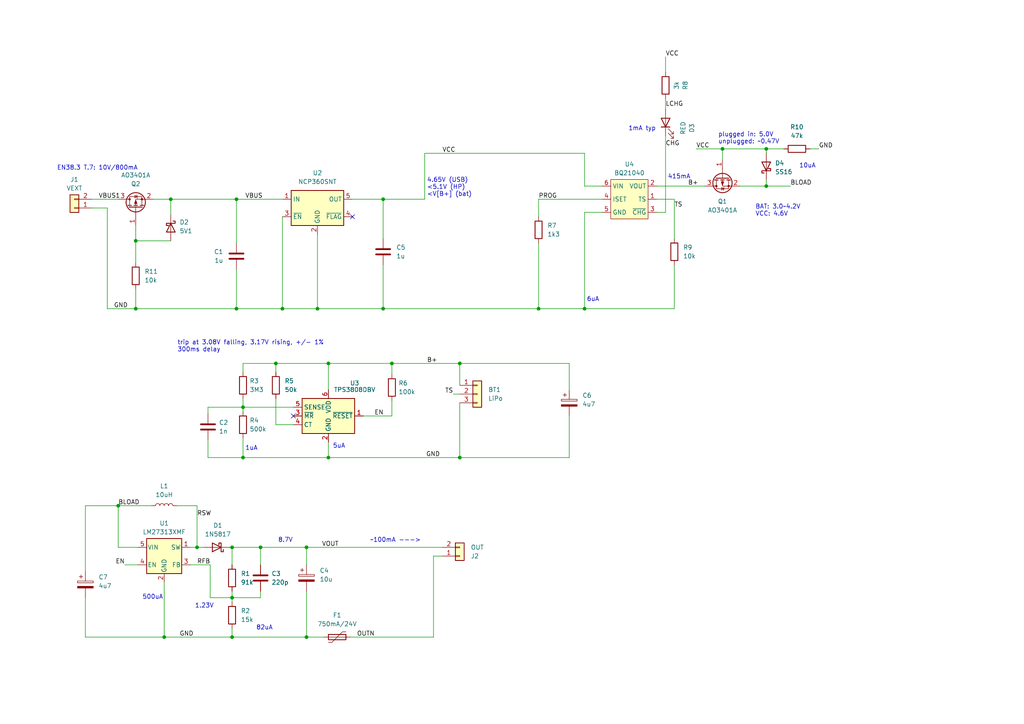
<source format=kicad_sch>
(kicad_sch (version 20230121) (generator eeschema)
  (paper "A4")
  (lib_symbols
    (symbol "Connector_Generic:Conn_01x02" (pin_names (offset 1.016) hide)
      (property "Reference" "J" (at 0 2.54 0))
      (property "Value" "Conn_01x02" (at 0 -5.08 0))
      (symbol "Conn_01x02_1_1"
        (rectangle (start -1.27 -2.413) (end 0 -2.667) (stroke (width 0.1524)))
        (rectangle (start -1.27 0.127) (end 0 -0.127) (stroke (width 0.1524)))
        (rectangle (start -1.27 1.27) (end 1.27 -3.81) (stroke (width 0.254)) (fill (type background)))
        (pin passive line (at -5.08 0 0) (length 3.81) (name "Pin_1") (number "1"))
        (pin passive line (at -5.08 -2.54 0) (length 3.81) (name "Pin_2") (number "2"))
      )
    )
    (symbol "Connector_Generic:Conn_01x03" (pin_names (offset 1.016) hide)
      (property "Reference" "J" (at 0 5.08 0))
      (property "Value" "Conn_01x03" (at 0 -5.08 0))
      (symbol "Conn_01x03_1_1"
        (rectangle (start -1.27 -2.413) (end 0 -2.667) (stroke (width 0.1524)))
        (rectangle (start -1.27 0.127) (end 0 -0.127) (stroke (width 0.1524)))
        (rectangle (start -1.27 2.667) (end 0 2.413) (stroke (width 0.1524)))
        (rectangle (start -1.27 3.81) (end 1.27 -3.81) (stroke (width 0.254)) (fill (type background)))
        (pin passive line (at -5.08 2.54 0) (length 3.81) (name "Pin_1") (number "1"))
        (pin passive line (at -5.08 0 0) (length 3.81) (name "Pin_2") (number "2"))
        (pin passive line (at -5.08 -2.54 0) (length 3.81) (name "Pin_3") (number "3"))
      )
    )
    (symbol "Device:C" (pin_numbers hide) (pin_names (offset 0.254))
      (property "Reference" "C" (at 0.635 2.54 0))
      (property "Value" "C" (at 0.635 -2.54 0))
      (symbol "C_0_1"
        (polyline (pts (xy -2.032 -0.762) (xy 2.032 -0.762)) (stroke (width 0.508)))
        (polyline (pts (xy -2.032 0.762) (xy 2.032 0.762)) (stroke (width 0.508)))
      )
      (symbol "C_1_1"
        (pin passive line (at 0 3.81 270) (length 2.794) (name "~") (number "1"))
        (pin passive line (at 0 -3.81 90) (length 2.794) (name "~") (number "2"))
      )
    )
    (symbol "Device:C_Polarized" (pin_numbers hide) (pin_names (offset 0.254))
      (property "Reference" "C" (at 0.635 2.54 0))
      (property "Value" "C_Polarized" (at 0.635 -2.54 0))
      (symbol "C_Polarized_0_1"
        (rectangle (start -2.286 0.508) (end 2.286 1.016))
        (polyline (pts (xy -1.778 2.286) (xy -0.762 2.286)))
        (polyline (pts (xy -1.27 2.794) (xy -1.27 1.778)))
        (rectangle (start 2.286 -0.508) (end -2.286 -1.016) (fill (type outline)))
      )
      (symbol "C_Polarized_1_1"
        (pin passive line (at 0 3.81 270) (length 2.794) (name "~") (number "1"))
        (pin passive line (at 0 -3.81 90) (length 2.794) (name "~") (number "2"))
      )
    )
    (symbol "Device:L" (pin_numbers hide) (pin_names (offset 1.016) hide)
      (property "Reference" "L" (at -1.27 0 90))
      (property "Value" "L" (at 1.905 0 90))
      (symbol "L_0_1"
        (arc (start 0 -2.54) (mid 0.6323 -1.905) (end 0 -1.27))
        (arc (start 0 -1.27) (mid 0.6323 -0.635) (end 0 0))
        (arc (start 0 0) (mid 0.6323 0.635) (end 0 1.27))
        (arc (start 0 1.27) (mid 0.6323 1.905) (end 0 2.54))
      )
      (symbol "L_1_1"
        (pin passive line (at 0 3.81 270) (length 1.27) (name "1") (number "1"))
        (pin passive line (at 0 -3.81 90) (length 1.27) (name "2") (number "2"))
      )
    )
    (symbol "Device:LED" (pin_numbers hide) (pin_names (offset 1.016) hide)
      (property "Reference" "D" (at 0 2.54 0))
      (property "Value" "LED" (at 0 -2.54 0))
      (symbol "LED_0_1"
        (polyline (pts (xy -1.27 -1.27) (xy -1.27 1.27)) (stroke (width 0.254)))
        (polyline (pts (xy -1.27 0) (xy 1.27 0)))
        (polyline (pts (xy 1.27 -1.27) (xy 1.27 1.27) (xy -1.27 0) (xy 1.27 -1.27)) (stroke (width 0.254)))
        (polyline (pts (xy -3.048 -0.762) (xy -4.572 -2.286) (xy -3.81 -2.286) (xy -4.572 -2.286) (xy -4.572 -1.524)))
        (polyline (pts (xy -1.778 -0.762) (xy -3.302 -2.286) (xy -2.54 -2.286) (xy -3.302 -2.286) (xy -3.302 -1.524)))
      )
      (symbol "LED_1_1"
        (pin passive line (at -3.81 0 0) (length 2.54) (name "K") (number "1"))
        (pin passive line (at 3.81 0 180) (length 2.54) (name "A") (number "2"))
      )
    )
    (symbol "Device:Polyfuse" (pin_numbers hide) (pin_names (offset 0))
      (property "Reference" "F" (at -2.54 0 90))
      (property "Value" "Polyfuse" (at 2.54 0 90))
      (symbol "Polyfuse_0_1"
        (rectangle (start -0.762 2.54) (end 0.762 -2.54) (stroke (width 0.254)))
        (polyline (pts (xy 0 2.54) (xy 0 -2.54)))
        (polyline (pts (xy -1.524 2.54) (xy -1.524 1.524) (xy 1.524 -1.524) (xy 1.524 -2.54)))
      )
      (symbol "Polyfuse_1_1"
        (pin passive line (at 0 3.81 270) (length 1.27) (name "~") (number "1"))
        (pin passive line (at 0 -3.81 90) (length 1.27) (name "~") (number "2"))
      )
    )
    (symbol "Device:R" (pin_numbers hide) (pin_names (offset 0))
      (property "Reference" "R" (at 2.032 0 90))
      (property "Value" "R" (at 0 0 90))
      (symbol "R_0_1"
        (rectangle (start -1.016 -2.54) (end 1.016 2.54) (stroke (width 0.254)))
      )
      (symbol "R_1_1"
        (pin passive line (at 0 3.81 270) (length 1.27) (name "~") (number "1"))
        (pin passive line (at 0 -3.81 90) (length 1.27) (name "~") (number "2"))
      )
    )
    (symbol "Diode:1N5819" (pin_numbers hide) (pin_names (offset 1.016) hide)
      (property "Reference" "D" (at 0 2.54 0))
      (property "Value" "1N5819" (at 0 -2.54 0))
      (symbol "1N5819_0_1"
        (polyline (pts (xy 1.27 0) (xy -1.27 0)))
        (polyline (pts (xy 1.27 1.27) (xy 1.27 -1.27) (xy -1.27 0) (xy 1.27 1.27)) (stroke (width 0.254)))
        (polyline (pts (xy -1.905 0.635) (xy -1.905 1.27) (xy -1.27 1.27) (xy -1.27 -1.27) (xy -0.635 -1.27) (xy -0.635 -0.635)) (stroke (width 0.254)))
      )
      (symbol "1N5819_1_1"
        (pin passive line (at -3.81 0 0) (length 2.54) (name "K") (number "1"))
        (pin passive line (at 3.81 0 180) (length 2.54) (name "A") (number "2"))
      )
    )
    (symbol "Power_Supervisor:TPS3808DBV"
      (property "Reference" "U" (at 0 8.89 0))
      (property "Value" "TPS3808DBV" (at 0 6.35 0))
      (symbol "TPS3808DBV_0_1"
        (rectangle (start -7.62 5.08) (end 7.62 -5.08) (stroke (width 0.254)) (fill (type background)))
      )
      (symbol "TPS3808DBV_1_1"
        (pin output line (at 10.16 0 180) (length 2.54) (name "~{RESET}") (number "1"))
        (pin power_in line (at 0 -7.62 90) (length 2.54) (name "GND") (number "2"))
        (pin input line (at -10.16 0 0) (length 2.54) (name "~{MR}") (number "3"))
        (pin input line (at -10.16 -2.54 0) (length 2.54) (name "CT") (number "4"))
        (pin input line (at -10.16 2.54 0) (length 2.54) (name "SENSE") (number "5"))
        (pin power_in line (at 0 7.62 270) (length 2.54) (name "VDD") (number "6"))
      )
    )
    (symbol "Regulator_Switching:LM27313XMF" (pin_names (offset 0.254))
      (property "Reference" "U" (at -5.08 6.35 0))
      (property "Value" "LM27313XMF" (at 0 6.35 0))
      (symbol "LM27313XMF_0_1"
        (rectangle (start -5.08 5.08) (end 5.08 -5.08) (stroke (width 0.254)) (fill (type background)))
      )
      (symbol "LM27313XMF_1_1"
        (pin output line (at 7.62 2.54 180) (length 2.54) (name "SW") (number "1"))
        (pin power_in line (at 0 -7.62 90) (length 2.54) (name "GND") (number "2"))
        (pin input line (at 7.62 -2.54 180) (length 2.54) (name "FB") (number "3"))
        (pin input line (at -7.62 -2.54 0) (length 2.54) (name "EN") (number "4"))
        (pin input line (at -7.62 2.54 0) (length 2.54) (name "VIN") (number "5"))
      )
    )
    (symbol "Transistor_FET:AO3401A" (pin_names hide)
      (property "Reference" "Q" (at 5.08 1.905 0))
      (property "Value" "AO3401A" (at 5.08 0 0))
      (symbol "AO3401A_0_1"
        (polyline (pts (xy 0.254 0) (xy -2.54 0)))
        (polyline (pts (xy 0.254 1.905) (xy 0.254 -1.905)) (stroke (width 0.254)))
        (polyline (pts (xy 0.762 -1.27) (xy 0.762 -2.286)) (stroke (width 0.254)))
        (polyline (pts (xy 0.762 0.508) (xy 0.762 -0.508)) (stroke (width 0.254)))
        (polyline (pts (xy 0.762 2.286) (xy 0.762 1.27)) (stroke (width 0.254)))
        (polyline (pts (xy 2.54 2.54) (xy 2.54 1.778)))
        (polyline (pts (xy 2.54 -2.54) (xy 2.54 0) (xy 0.762 0)))
        (polyline (pts (xy 0.762 1.778) (xy 3.302 1.778) (xy 3.302 -1.778) (xy 0.762 -1.778)))
        (polyline (pts (xy 2.286 0) (xy 1.27 0.381) (xy 1.27 -0.381) (xy 2.286 0)) (fill (type outline)))
        (polyline (pts (xy 2.794 -0.508) (xy 2.921 -0.381) (xy 3.683 -0.381) (xy 3.81 -0.254)))
        (polyline (pts (xy 3.302 -0.381) (xy 2.921 0.254) (xy 3.683 0.254) (xy 3.302 -0.381)))
        (circle (center 1.651 0) (radius 2.794) (stroke (width 0.254)))
        (circle (center 2.54 -1.778) (radius 0.254) (fill (type outline)))
        (circle (center 2.54 1.778) (radius 0.254) (fill (type outline)))
      )
      (symbol "AO3401A_1_1"
        (pin input line (at -5.08 0 0) (length 2.54) (name "G") (number "1"))
        (pin passive line (at 2.54 -5.08 90) (length 2.54) (name "S") (number "2"))
        (pin passive line (at 2.54 5.08 270) (length 2.54) (name "D") (number "3"))
      )
    )
    (symbol "kicad_george:BQ21040"
      (property "Reference" "U" (at 0 8.89 0))
      (property "Value" "BQ21040" (at 0 6.985 0))
      (symbol "BQ21040_1_1"
        (rectangle (start -5.08 5.715) (end 5.715 -5.715) (fill (type background)))
        (pin input line (at 8.255 0 180) (length 2.54) (name "TS") (number "1"))
        (pin output line (at 8.255 3.81 180) (length 2.54) (name "VOUT") (number "2"))
        (pin open_collector line (at 8.255 -3.81 180) (length 2.54) (name "~{CHG}") (number "3"))
        (pin bidirectional line (at -7.62 0 0) (length 2.54) (name "ISET") (number "4"))
        (pin power_in line (at -7.62 -3.81 0) (length 2.54) (name "GND") (number "5"))
        (pin power_in line (at -7.62 3.81 0) (length 2.54) (name "VIN") (number "6"))
      )
    )
    (symbol "kicad_george:NCP360SNT"
      (property "Reference" "U6" (at 0 10.16 0))
      (property "Value" "NCP360SNT" (at 0 7.62 0))
      (symbol "NCP360SNT_0_1"
        (rectangle (start -7.62 5.08) (end 7.62 -5.08) (stroke (width 0.254)) (fill (type background)))
      )
      (symbol "NCP360SNT_1_1"
        (pin power_in line (at -10.16 2.54 0) (length 2.54) (name "IN") (number "1"))
        (pin power_in line (at 0 -7.62 90) (length 2.54) (name "GND") (number "2"))
        (pin input line (at -10.16 -2.54 0) (length 2.54) (name "~{EN}") (number "3"))
        (pin open_collector line (at 10.16 -2.54 180) (length 2.54) (name "~{FLAG}") (number "4"))
        (pin power_out line (at 10.16 2.54 180) (length 2.54) (name "OUT") (number "5"))
      )
    )
  )
  (junction (at 67.31 184.785))
  (junction (at 75.565 158.75))
  (junction (at 70.485 132.715))
  (junction (at 95.25 105.41))
  (junction (at 81.915 89.535))
  (junction (at 222.25 53.975))
  (junction (at 47.625 184.785))
  (junction (at 70.485 118.11))
  (junction (at 67.31 173.355))
  (junction (at 169.545 89.535))
  (junction (at 34.29 146.685))
  (junction (at 156.21 89.535))
  (junction (at 39.37 89.535))
  (junction (at 57.15 158.75))
  (junction (at 88.9 184.785))
  (junction (at 111.125 89.535))
  (junction (at 95.25 132.715))
  (junction (at 133.35 105.41))
  (junction (at 113.665 105.41))
  (junction (at 49.53 57.785))
  (junction (at 222.25 43.18))
  (junction (at 133.35 132.715))
  (junction (at 39.37 69.85))
  (junction (at 80.01 105.41))
  (junction (at 88.9 158.75))
  (junction (at 68.58 89.535))
  (junction (at 67.31 158.75))
  (junction (at 92.075 89.535))
  (junction (at 209.55 43.18))
  (junction (at 111.125 57.785))
  (junction (at 68.58 57.785))
  (no_connect (at 85.09 120.65))
  (no_connect (at 102.235 62.865))
  (wire (pts (xy 39.37 83.82) (xy 39.37 89.535)))
  (wire (pts (xy 133.35 116.84) (xy 133.35 132.715)))
  (wire (pts (xy 49.53 57.785) (xy 49.53 62.23)))
  (wire (pts (xy 67.31 158.75) (xy 75.565 158.75)))
  (wire (pts (xy 24.765 184.785) (xy 47.625 184.785)))
  (wire (pts (xy 174.625 57.785) (xy 156.21 57.785)))
  (wire (pts (xy 88.9 158.75) (xy 128.27 158.75)))
  (wire (pts (xy 201.93 43.18) (xy 209.55 43.18)))
  (wire (pts (xy 68.58 57.785) (xy 68.58 70.485)))
  (wire (pts (xy 26.67 57.785) (xy 34.29 57.785)))
  (wire (pts (xy 80.01 105.41) (xy 80.01 107.95)))
  (wire (pts (xy 55.245 158.75) (xy 57.15 158.75)))
  (wire (pts (xy 80.01 105.41) (xy 95.25 105.41)))
  (wire (pts (xy 75.565 171.45) (xy 75.565 173.355)))
  (wire (pts (xy 193.04 28.575) (xy 193.04 31.75)))
  (wire (pts (xy 88.9 158.75) (xy 88.9 163.83)))
  (wire (pts (xy 113.665 105.41) (xy 133.35 105.41)))
  (wire (pts (xy 70.485 118.11) (xy 85.09 118.11)))
  (wire (pts (xy 31.115 89.535) (xy 39.37 89.535)))
  (wire (pts (xy 113.665 105.41) (xy 113.665 108.585)))
  (wire (pts (xy 92.075 89.535) (xy 111.125 89.535)))
  (wire (pts (xy 57.15 146.685) (xy 57.15 158.75)))
  (wire (pts (xy 125.73 184.785) (xy 125.73 161.29)))
  (wire (pts (xy 60.96 163.83) (xy 55.245 163.83)))
  (wire (pts (xy 49.53 57.785) (xy 68.58 57.785)))
  (wire (pts (xy 95.25 105.41) (xy 113.665 105.41)))
  (wire (pts (xy 222.25 53.975) (xy 229.235 53.975)))
  (wire (pts (xy 174.625 61.595) (xy 169.545 61.595)))
  (wire (pts (xy 88.9 184.785) (xy 93.98 184.785)))
  (wire (pts (xy 49.53 69.85) (xy 39.37 69.85)))
  (wire (pts (xy 222.25 44.45) (xy 222.25 43.18)))
  (wire (pts (xy 165.1 105.41) (xy 133.35 105.41)))
  (wire (pts (xy 190.5 53.975) (xy 204.47 53.975)))
  (wire (pts (xy 44.45 57.785) (xy 49.53 57.785)))
  (wire (pts (xy 111.125 89.535) (xy 156.21 89.535)))
  (wire (pts (xy 165.1 132.715) (xy 133.35 132.715)))
  (wire (pts (xy 95.25 113.03) (xy 95.25 105.41)))
  (wire (pts (xy 70.485 118.11) (xy 60.325 118.11)))
  (wire (pts (xy 75.565 158.75) (xy 75.565 163.83)))
  (wire (pts (xy 85.09 123.19) (xy 80.01 123.19)))
  (wire (pts (xy 24.765 173.355) (xy 24.765 184.785)))
  (wire (pts (xy 75.565 158.75) (xy 88.9 158.75)))
  (wire (pts (xy 67.31 173.355) (xy 60.96 173.355)))
  (wire (pts (xy 165.1 120.65) (xy 165.1 132.715)))
  (wire (pts (xy 31.115 60.325) (xy 26.67 60.325)))
  (wire (pts (xy 60.325 127.635) (xy 60.325 132.715)))
  (wire (pts (xy 47.625 168.91) (xy 47.625 184.785)))
  (wire (pts (xy 123.19 44.45) (xy 169.545 44.45)))
  (wire (pts (xy 31.115 60.325) (xy 31.115 89.535)))
  (wire (pts (xy 70.485 105.41) (xy 70.485 107.95)))
  (wire (pts (xy 195.58 69.215) (xy 195.58 57.785)))
  (wire (pts (xy 81.915 89.535) (xy 92.075 89.535)))
  (wire (pts (xy 67.31 182.245) (xy 67.31 184.785)))
  (wire (pts (xy 70.485 132.715) (xy 70.485 127)))
  (wire (pts (xy 70.485 105.41) (xy 80.01 105.41)))
  (wire (pts (xy 67.31 173.355) (xy 67.31 171.45)))
  (wire (pts (xy 34.29 146.685) (xy 34.29 158.75)))
  (wire (pts (xy 36.195 163.83) (xy 40.005 163.83)))
  (wire (pts (xy 88.9 171.45) (xy 88.9 184.785)))
  (wire (pts (xy 209.55 43.18) (xy 209.55 46.355)))
  (wire (pts (xy 102.235 57.785) (xy 111.125 57.785)))
  (wire (pts (xy 60.96 173.355) (xy 60.96 163.83)))
  (wire (pts (xy 24.765 146.685) (xy 34.29 146.685)))
  (wire (pts (xy 51.435 146.685) (xy 57.15 146.685)))
  (wire (pts (xy 67.31 173.355) (xy 67.31 174.625)))
  (wire (pts (xy 193.04 61.595) (xy 190.5 61.595)))
  (wire (pts (xy 66.675 158.75) (xy 67.31 158.75)))
  (wire (pts (xy 39.37 69.85) (xy 39.37 76.2)))
  (wire (pts (xy 195.58 76.835) (xy 195.58 89.535)))
  (wire (pts (xy 222.25 53.975) (xy 214.63 53.975)))
  (wire (pts (xy 68.58 78.105) (xy 68.58 89.535)))
  (wire (pts (xy 156.21 57.785) (xy 156.21 62.865)))
  (wire (pts (xy 123.19 44.45) (xy 123.19 57.785)))
  (wire (pts (xy 88.9 184.785) (xy 67.31 184.785)))
  (wire (pts (xy 80.01 115.57) (xy 80.01 123.19)))
  (wire (pts (xy 222.25 43.18) (xy 209.55 43.18)))
  (wire (pts (xy 105.41 120.65) (xy 113.665 120.65)))
  (wire (pts (xy 222.25 43.18) (xy 227.33 43.18)))
  (wire (pts (xy 81.915 62.865) (xy 81.915 89.535)))
  (wire (pts (xy 70.485 118.11) (xy 70.485 119.38)))
  (wire (pts (xy 70.485 115.57) (xy 70.485 118.11)))
  (wire (pts (xy 34.29 158.75) (xy 40.005 158.75)))
  (wire (pts (xy 67.31 184.785) (xy 47.625 184.785)))
  (wire (pts (xy 60.325 132.715) (xy 70.485 132.715)))
  (wire (pts (xy 70.485 132.715) (xy 95.25 132.715)))
  (wire (pts (xy 169.545 61.595) (xy 169.545 89.535)))
  (wire (pts (xy 234.95 43.18) (xy 237.49 43.18)))
  (wire (pts (xy 95.25 132.715) (xy 95.25 128.27)))
  (wire (pts (xy 222.25 52.07) (xy 222.25 53.975)))
  (wire (pts (xy 156.21 89.535) (xy 169.545 89.535)))
  (wire (pts (xy 57.15 158.75) (xy 59.055 158.75)))
  (wire (pts (xy 133.35 105.41) (xy 133.35 111.76)))
  (wire (pts (xy 111.125 57.785) (xy 123.19 57.785)))
  (wire (pts (xy 111.125 76.835) (xy 111.125 89.535)))
  (wire (pts (xy 156.21 70.485) (xy 156.21 89.535)))
  (wire (pts (xy 193.04 16.51) (xy 193.04 20.955)))
  (wire (pts (xy 193.04 39.37) (xy 193.04 61.595)))
  (wire (pts (xy 111.125 57.785) (xy 111.125 69.215)))
  (wire (pts (xy 39.37 65.405) (xy 39.37 69.85)))
  (wire (pts (xy 34.29 146.685) (xy 43.815 146.685)))
  (wire (pts (xy 169.545 89.535) (xy 195.58 89.535)))
  (wire (pts (xy 133.35 132.715) (xy 95.25 132.715)))
  (wire (pts (xy 174.625 53.975) (xy 169.545 53.975)))
  (wire (pts (xy 39.37 89.535) (xy 68.58 89.535)))
  (wire (pts (xy 60.325 118.11) (xy 60.325 120.015)))
  (wire (pts (xy 68.58 57.785) (xy 81.915 57.785)))
  (wire (pts (xy 131.445 114.3) (xy 133.35 114.3)))
  (wire (pts (xy 92.075 67.945) (xy 92.075 89.535)))
  (wire (pts (xy 190.5 57.785) (xy 195.58 57.785)))
  (wire (pts (xy 113.665 120.65) (xy 113.665 116.205)))
  (wire (pts (xy 169.545 44.45) (xy 169.545 53.975)))
  (wire (pts (xy 24.765 165.735) (xy 24.765 146.685)))
  (wire (pts (xy 67.31 158.75) (xy 67.31 163.83)))
  (wire (pts (xy 68.58 89.535) (xy 81.915 89.535)))
  (wire (pts (xy 125.73 161.29) (xy 128.27 161.29)))
  (wire (pts (xy 75.565 173.355) (xy 67.31 173.355)))
  (wire (pts (xy 101.6 184.785) (xy 125.73 184.785)))
  (wire (pts (xy 165.1 113.03) (xy 165.1 105.41)))
  (text "~100mA --->" (at 107.315 157.48 0) (effects (font (size 1.27 1.27)) (justify left bottom)))
  (text "500uA" (at 41.275 173.99 0) (effects (font (size 1.27 1.27)) (justify left bottom)))
  (text "4.65V (USB)\n<5.1V (HP)\n<V[B+] (bat)" (at 123.825 57.15 0) (effects (font (size 1.27 1.27)) (justify left bottom)))
  (text "8.7V" (at 80.645 157.48 0) (effects (font (size 1.27 1.27)) (justify left bottom)))
  (text "BAT: 3.0~4.2V\nVCC: 4.6V" (at 219.075 62.865 0) (effects (font (size 1.27 1.27)) (justify left bottom)))
  (text "1.23V" (at 56.515 176.53 0) (effects (font (size 1.27 1.27)) (justify left bottom)))
  (text "EN38.3 T.7: 10V/800mA" (at 16.51 49.53 0) (effects (font (size 1.27 1.27)) (justify left bottom)))
  (text "415mA" (at 193.675 52.07 0) (effects (font (size 1.27 1.27)) (justify left bottom)))
  (text "1uA" (at 71.12 130.81 0) (effects (font (size 1.27 1.27)) (justify left bottom)))
  (text "trip at 3.08V falling, 3.17V rising, +/- 1%\n300ms delay" (at 51.435 102.235 0) (effects (font (size 1.27 1.27)) (justify left bottom)))
  (text "5uA" (at 96.52 130.175 0) (effects (font (size 1.27 1.27)) (justify left bottom)))
  (text "10uA" (at 231.775 48.895 0) (effects (font (size 1.27 1.27)) (justify left bottom)))
  (text "1mA typ" (at 182.245 38.1 0) (effects (font (size 1.27 1.27)) (justify left bottom)))
  (text "6uA" (at 170.18 87.63 0) (effects (font (size 1.27 1.27)) (justify left bottom)))
  (text "82uA" (at 74.295 182.88 0) (effects (font (size 1.27 1.27)) (justify left bottom)))
  (text "plugged in: 5.0V\nunplugged: ~0.47V" (at 208.28 41.91 0) (effects (font (size 1.27 1.27)) (justify left bottom)))
  (label "RFB" (at 57.15 163.83 0))
  (label "VCC" (at 201.93 43.18 0))
  (label "VCC" (at 193.04 16.51 0))
  (label "RSW" (at 57.15 149.86 0))
  (label "TS" (at 131.445 114.3 180))
  (label "VCC" (at 128.27 44.45 0))
  (label "B+" (at 123.825 105.41 0))
  (label "VOUT" (at 93.345 158.75 0))
  (label "GND" (at 127.635 132.715 180))
  (label "BLOAD" (at 229.235 53.975 0))
  (label "EN" (at 36.195 163.83 180))
  (label "GND" (at 237.49 43.18 0))
  (label "GND" (at 33.02 89.535 0))
  (label "TS" (at 195.58 60.325 0))
  (label "VBUS1" (at 28.575 57.785 0))
  (label "EN" (at 108.585 120.65 0))
  (label "VBUS" (at 76.2 57.785 180))
  (label "PROG" (at 156.21 57.785 0))
  (label "GND" (at 52.07 184.785 0))
  (label "OUTN" (at 103.505 184.785 0))
  (label "CHG" (at 193.04 42.545 0))
  (label "B+" (at 202.565 53.975 180))
  (label "BLOAD" (at 34.29 146.685 0))
  (label "LCHG" (at 193.04 31.115 0))
  (symbol (lib_id "Device:R") (at 80.01 111.76 180) (unit 1)
    (property "Reference" "R5" (at 82.55 110.49 0) (effects (justify right)))
    (property "Value" "50k" (at 82.55 113.03 0) (effects (justify right)))
    (property "Footprint" "Resistor_SMD:R_0805_2012Metric" (effects hide))
  )
  (symbol (lib_id "Device:R") (at 70.485 123.19 180) (unit 1)
    (property "Reference" "R4" (at 72.39 121.92 0) (effects (justify right)))
    (property "Value" "500k" (at 72.39 124.46 0) (effects (justify right)))
    (property "Footprint" "Resistor_SMD:R_0805_2012Metric" (effects hide))
  )
  (symbol (lib_id "Diode:1N5819") (at 49.53 66.04 270) (unit 1)
    (property "Reference" "D2" (at 52.07 64.4525 90) (effects (justify left)))
    (property "Value" "5V1" (at 52.07 66.9925 90) (effects (justify left)))
    (property "Footprint" "Diode_SMD:D_SOD-123" (effects hide))
    (property "Datasheet" "http://www.vishay.com/docs/88525/1n5817.pdf" (effects hide))
  )
  (symbol (lib_id "Transistor_FET:AO3401A") (at 39.37 60.325 90) (unit 1)
    (property "Reference" "Q2" (at 39.37 53.34 90))
    (property "Value" "AO3401A" (at 39.37 50.8 90))
    (property "Footprint" "Package_TO_SOT_SMD:SOT-23" (effects hide))
    (property "Datasheet" "http://www.aosmd.com/pdfs/datasheet/AO3401A.pdf" (effects hide))
  )
  (symbol (lib_id "Device:R") (at 39.37 80.01 180) (unit 1)
    (property "Reference" "R11" (at 41.91 78.74 0) (effects (justify right)))
    (property "Value" "10k" (at 41.91 81.28 0) (effects (justify right)))
    (property "Footprint" "Resistor_SMD:R_0805_2012Metric" (effects hide))
  )
  (symbol (lib_id "Transistor_FET:AO3401A") (at 209.55 51.435 90) (mirror x) (unit 1)
    (property "Reference" "Q1" (at 209.55 58.42 90))
    (property "Value" "AO3401A" (at 209.55 60.96 90))
    (property "Footprint" "Package_TO_SOT_SMD:SOT-23" (effects hide))
    (property "Datasheet" "http://www.aosmd.com/pdfs/datasheet/AO3401A.pdf" (effects hide))
  )
  (symbol (lib_id "Device:R") (at 193.04 24.765 180) (unit 1)
    (property "Reference" "R8" (at 198.755 24.765 90))
    (property "Value" "3k" (at 196.215 24.765 90))
    (property "Footprint" "Resistor_SMD:R_0805_2012Metric" (effects hide))
  )
  (symbol (lib_id "Diode:1N5819") (at 222.25 48.26 90) (unit 1)
    (property "Reference" "D4" (at 224.79 47.3075 90) (effects (justify right)))
    (property "Value" "SS16" (at 224.79 49.8475 90) (effects (justify right)))
    (property "Footprint" "Diode_SMD:D_SOD-123" (effects hide))
    (property "Datasheet" "http://www.vishay.com/docs/88525/1n5817.pdf" (effects hide))
  )
  (symbol (lib_id "Device:C") (at 60.325 123.825 0) (unit 1)
    (property "Reference" "C2" (at 63.5 122.555 0) (effects (justify left)))
    (property "Value" "1n" (at 63.5 125.095 0) (effects (justify left)))
    (property "Footprint" "Capacitor_SMD:C_0805_2012Metric" (effects hide))
  )
  (symbol (lib_id "Device:C_Polarized") (at 88.9 167.64 0) (unit 1)
    (property "Reference" "C4" (at 92.71 165.481 0) (effects (justify left)))
    (property "Value" "10u" (at 92.71 168.021 0) (effects (justify left)))
    (property "Footprint" "Capacitor_SMD:C_1206_3216Metric" (effects hide))
  )
  (symbol (lib_id "Device:L") (at 47.625 146.685 90) (unit 1)
    (property "Reference" "L1" (at 47.625 140.97 90))
    (property "Value" "10uH" (at 47.625 143.51 90))
    (property "Footprint" "george:Inductor_Bourns_SRR4028" (effects hide))
  )
  (symbol (lib_id "Device:C_Polarized") (at 165.1 116.84 0) (unit 1)
    (property "Reference" "C6" (at 168.91 114.681 0) (effects (justify left)))
    (property "Value" "4u7" (at 168.91 117.221 0) (effects (justify left)))
    (property "Footprint" "Capacitor_SMD:C_0805_2012Metric" (effects hide))
  )
  (symbol (lib_id "Power_Supervisor:TPS3808DBV") (at 95.25 120.65 0) (unit 1)
    (property "Reference" "U3" (at 102.87 111.125 0))
    (property "Value" "TPS3808DBV" (at 102.87 113.03 0))
    (property "Footprint" "george:SOT-23-6_TI_DBV6" (effects hide))
    (property "Datasheet" "http://www.ti.com/lit/ds/symlink/tps3808.pdf" (effects hide))
  )
  (symbol (lib_id "Regulator_Switching:LM27313XMF") (at 47.625 161.29 0) (unit 1)
    (property "Reference" "U1" (at 47.625 151.765 0))
    (property "Value" "LM27313XMF" (at 47.625 154.305 0))
    (property "Footprint" "george:SOT-23-5_TI_DBV5" (effects hide))
    (property "Datasheet" "http://www.ti.com/lit/ds/symlink/lm27313.pdf" (effects hide))
  )
  (symbol (lib_id "Device:R") (at 113.665 112.395 180) (unit 1)
    (property "Reference" "R6" (at 115.57 111.125 0) (effects (justify right)))
    (property "Value" "100k" (at 115.57 113.665 0) (effects (justify right)))
    (property "Footprint" "Resistor_SMD:R_0805_2012Metric" (effects hide))
  )
  (symbol (lib_id "Device:C") (at 111.125 73.025 0) (unit 1)
    (property "Reference" "C5" (at 114.935 71.755 0) (effects (justify left)))
    (property "Value" "1u" (at 114.935 74.295 0) (effects (justify left)))
    (property "Footprint" "Capacitor_SMD:C_0805_2012Metric" (effects hide))
  )
  (symbol (lib_id "kicad_george:NCP360SNT") (at 92.075 60.325 0) (unit 1)
    (property "Reference" "U2" (at 92.075 50.165 0))
    (property "Value" "NCP360SNT" (at 92.075 52.705 0))
    (property "Footprint" "george:SOT-23-5_TI_DBV5" (effects hide))
    (property "Datasheet" "https://www.onsemi.com/pdf/datasheet/ncp349-d.pdf" (effects hide))
  )
  (symbol (lib_id "Device:Polyfuse") (at 97.79 184.785 90) (unit 1)
    (property "Reference" "F1" (at 97.79 178.435 90))
    (property "Value" "750mA/24V" (at 97.79 180.975 90))
    (property "Footprint" "Fuse:Fuse_1210_3225Metric" (effects hide))
  )
  (symbol (lib_id "Device:C") (at 75.565 167.64 180) (unit 1)
    (property "Reference" "C3" (at 78.74 166.37 0) (effects (justify right)))
    (property "Value" "220p" (at 78.74 168.91 0) (effects (justify right)))
    (property "Footprint" "Capacitor_SMD:C_0805_2012Metric" (effects hide))
  )
  (symbol (lib_id "Device:LED") (at 193.04 35.56 90) (unit 1)
    (property "Reference" "D3" (at 200.66 37.1475 0))
    (property "Value" "RED" (at 198.12 37.1475 0))
    (property "Footprint" "LED_SMD:LED_0805_2012Metric" (effects hide))
  )
  (symbol (lib_id "Device:R") (at 156.21 66.675 180) (unit 1)
    (property "Reference" "R7" (at 158.75 65.405 0) (effects (justify right)))
    (property "Value" "1k3" (at 158.75 67.945 0) (effects (justify right)))
    (property "Footprint" "Resistor_SMD:R_0805_2012Metric" (effects hide))
  )
  (symbol (lib_id "Device:R") (at 67.31 178.435 180) (unit 1)
    (property "Reference" "R2" (at 69.85 177.165 0) (effects (justify right)))
    (property "Value" "15k" (at 69.85 179.705 0) (effects (justify right)))
    (property "Footprint" "Resistor_SMD:R_0805_2012Metric" (effects hide))
  )
  (symbol (lib_id "Connector_Generic:Conn_01x02") (at 21.59 60.325 180) (unit 1)
    (property "Reference" "J1" (at 21.59 52.07 0))
    (property "Value" "VEXT" (at 21.59 54.61 0))
    (property "Footprint" "Connector_PinHeader_2.54mm:PinHeader_1x02_P2.54mm_Horizontal" (effects hide))
  )
  (symbol (lib_id "Device:R") (at 195.58 73.025 180) (unit 1)
    (property "Reference" "R9" (at 198.12 71.755 0) (effects (justify right)))
    (property "Value" "10k" (at 198.12 74.295 0) (effects (justify right)))
    (property "Footprint" "Resistor_SMD:R_0805_2012Metric" (effects hide))
  )
  (symbol (lib_id "Device:R") (at 70.485 111.76 180) (unit 1)
    (property "Reference" "R3" (at 72.39 110.49 0) (effects (justify right)))
    (property "Value" "3M3" (at 72.39 113.03 0) (effects (justify right)))
    (property "Footprint" "Resistor_SMD:R_0805_2012Metric" (effects hide))
  )
  (symbol (lib_id "Device:C_Polarized") (at 24.765 169.545 0) (unit 1)
    (property "Reference" "C7" (at 28.575 167.386 0) (effects (justify left)))
    (property "Value" "4u7" (at 28.575 169.926 0) (effects (justify left)))
    (property "Footprint" "Capacitor_SMD:C_0805_2012Metric" (effects hide))
  )
  (symbol (lib_id "kicad_george:BQ21040") (at 182.245 57.785 0) (unit 1)
    (property "Reference" "U4" (at 182.5625 47.625 0))
    (property "Value" "BQ21040" (at 182.5625 50.165 0))
    (property "Footprint" "george:SOT-23-6_TI_DBV6" (effects hide))
    (property "Datasheet" "https://www.ti.com/lit/ds/symlink/bq21040.pdf" (effects hide))
  )
  (symbol (lib_id "Device:R") (at 231.14 43.18 270) (unit 1)
    (property "Reference" "R10" (at 231.14 36.83 90))
    (property "Value" "47k" (at 231.14 39.37 90))
    (property "Footprint" "Resistor_SMD:R_0805_2012Metric" (effects hide))
  )
  (symbol (lib_id "Device:C") (at 68.58 74.295 0) (mirror y) (unit 1)
    (property "Reference" "C1" (at 64.77 73.025 0) (effects (justify left)))
    (property "Value" "1u" (at 64.77 75.565 0) (effects (justify left)))
    (property "Footprint" "Capacitor_SMD:C_0805_2012Metric" (effects hide))
  )
  (symbol (lib_id "Connector_Generic:Conn_01x03") (at 138.43 114.3 0) (unit 1)
    (property "Reference" "BT1" (at 141.605 113.03 0) (effects (justify left)))
    (property "Value" "LiPo" (at 141.605 115.57 0) (effects (justify left)))
    (property "Footprint" "Connector_JST:JST_SH_BM03B-SRSS-TB_1x03-1MP_P1.00mm_Vertical" (effects hide))
  )
  (symbol (lib_id "Diode:1N5819") (at 62.865 158.75 180) (unit 1)
    (property "Reference" "D1" (at 63.1825 152.4 0))
    (property "Value" "1N5817" (at 63.1825 154.94 0))
    (property "Footprint" "Diode_SMD:D_SOD-123" (effects hide))
    (property "Datasheet" "http://www.vishay.com/docs/88525/1n5817.pdf" (effects hide))
  )
  (symbol (lib_id "Device:R") (at 67.31 167.64 0) (unit 1)
    (property "Reference" "R1" (at 69.85 166.37 0) (effects (justify left)))
    (property "Value" "91k" (at 69.85 168.91 0) (effects (justify left)))
    (property "Footprint" "Resistor_SMD:R_0805_2012Metric" (effects hide))
  )
  (symbol (lib_id "Connector_Generic:Conn_01x02") (at 133.35 161.29 0) (mirror x) (unit 1)
    (property "Reference" "J2" (at 136.525 161.29 0) (effects (justify left)))
    (property "Value" "OUT" (at 136.525 158.75 0) (effects (justify left)))
    (property "Footprint" "Connector_PinHeader_2.00mm:PinHeader_1x02_P2.00mm_Vertical" (effects hide))
  )
)
</source>
